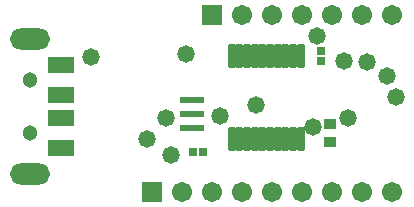
<source format=gts>
G04*
G04 #@! TF.GenerationSoftware,Altium Limited,Altium Designer,21.6.1 (37)*
G04*
G04 Layer_Color=8388736*
%FSLAX44Y44*%
%MOMM*%
G71*
G04*
G04 #@! TF.SameCoordinates,C135475F-75A8-4638-86A0-0441CF34CE4C*
G04*
G04*
G04 #@! TF.FilePolarity,Negative*
G04*
G01*
G75*
%ADD20R,1.1032X0.8532*%
%ADD21R,0.8032X0.7432*%
%ADD22R,0.7432X0.8032*%
G04:AMPARAMS|DCode=23|XSize=2.1032mm|YSize=0.6832mm|CornerRadius=0.2216mm|HoleSize=0mm|Usage=FLASHONLY|Rotation=90.000|XOffset=0mm|YOffset=0mm|HoleType=Round|Shape=RoundedRectangle|*
%AMROUNDEDRECTD23*
21,1,2.1032,0.2400,0,0,90.0*
21,1,1.6600,0.6832,0,0,90.0*
1,1,0.4432,0.1200,0.8300*
1,1,0.4432,0.1200,-0.8300*
1,1,0.4432,-0.1200,-0.8300*
1,1,0.4432,-0.1200,0.8300*
%
%ADD23ROUNDEDRECTD23*%
%ADD24R,2.2032X1.4032*%
%ADD25R,2.1032X0.6032*%
%ADD26C,1.3032*%
%ADD27O,3.4032X1.8032*%
%ADD28R,1.7032X1.7032*%
%ADD29C,1.7032*%
%ADD30C,1.4732*%
D20*
X524000Y327250D02*
D03*
Y312750D02*
D03*
D21*
X516000Y389320D02*
D03*
Y380680D02*
D03*
D22*
X416320Y304000D02*
D03*
X407680D02*
D03*
D23*
X440750Y314950D02*
D03*
X447250D02*
D03*
X453750D02*
D03*
X460250D02*
D03*
X466750D02*
D03*
X473250D02*
D03*
X479750D02*
D03*
X486250D02*
D03*
X492750D02*
D03*
X499250D02*
D03*
Y385050D02*
D03*
X492750D02*
D03*
X486250D02*
D03*
X479750D02*
D03*
X473250D02*
D03*
X466750D02*
D03*
X460250D02*
D03*
X453750D02*
D03*
X447250D02*
D03*
X440750D02*
D03*
D24*
X296000Y377500D02*
D03*
Y307500D02*
D03*
Y352500D02*
D03*
Y332500D02*
D03*
D25*
X407000Y324000D02*
D03*
Y336000D02*
D03*
Y348000D02*
D03*
D26*
X270000Y365000D02*
D03*
Y320000D02*
D03*
D27*
Y399500D02*
D03*
Y285500D02*
D03*
D28*
X373000Y270000D02*
D03*
X423800Y420000D02*
D03*
D29*
Y270000D02*
D03*
X449200D02*
D03*
X474600D02*
D03*
X500000D02*
D03*
X525400D02*
D03*
X550800D02*
D03*
X576200D02*
D03*
X398400D02*
D03*
X576200Y420000D02*
D03*
X550800D02*
D03*
X525400D02*
D03*
X500000D02*
D03*
X449200D02*
D03*
X474600D02*
D03*
D30*
X385476Y332476D02*
D03*
X539000Y333000D02*
D03*
X509502Y325103D02*
D03*
X369000Y315000D02*
D03*
X401756Y386805D02*
D03*
X536000Y381000D02*
D03*
X389000Y301000D02*
D03*
X513000Y402000D02*
D03*
X322000Y384000D02*
D03*
X431000Y334095D02*
D03*
X461777Y343777D02*
D03*
X579680Y350160D02*
D03*
X555472Y379840D02*
D03*
X572278Y367909D02*
D03*
M02*

</source>
